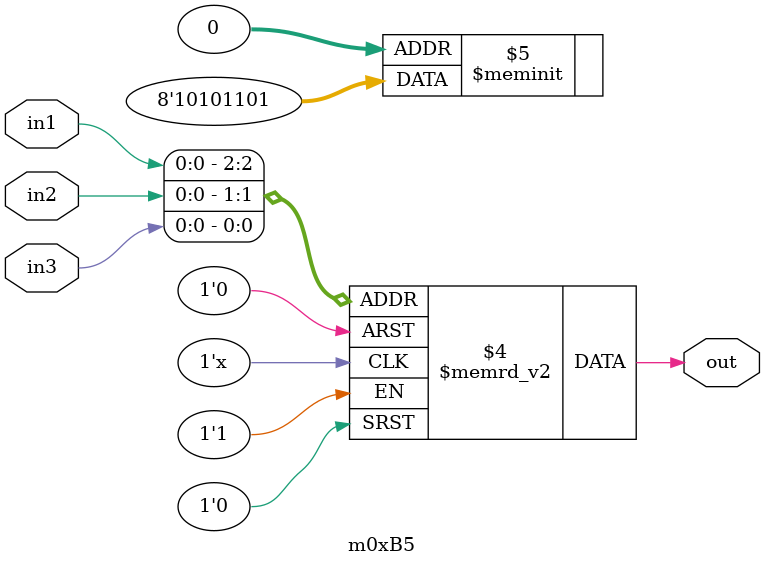
<source format=v>
module m0xB5(output out, input in1, in2, in3);

   always @(in1, in2, in3)
     begin
        case({in1, in2, in3})
          3'b000: {out} = 1'b1;
          3'b001: {out} = 1'b0;
          3'b010: {out} = 1'b1;
          3'b011: {out} = 1'b1;
          3'b100: {out} = 1'b0;
          3'b101: {out} = 1'b1;
          3'b110: {out} = 1'b0;
          3'b111: {out} = 1'b1;
        endcase // case ({in1, in2, in3})
     end // always @ (in1, in2, in3)

endmodule // m0xB5
</source>
